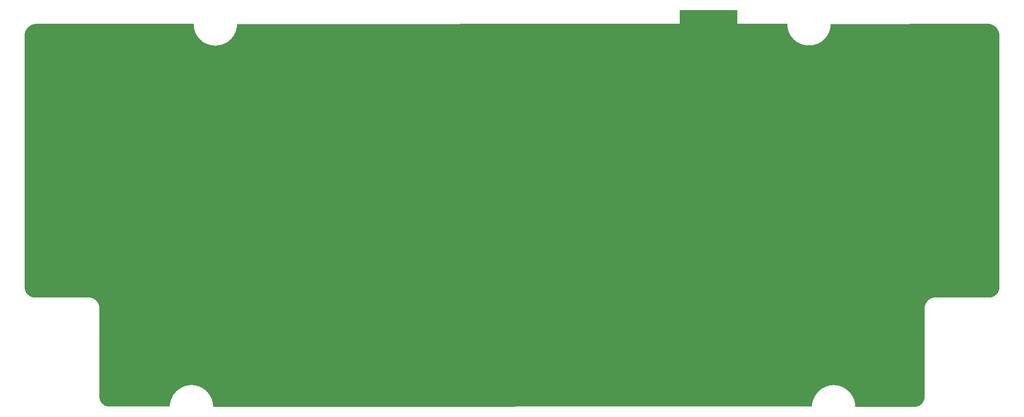
<source format=gbr>
%FSLAX46Y46*%
%MOMM*%
%ADD10C,0.050000*%
%ADD11C,0.100000*%
%ADD10C,0.100*%
D10*
G36*
X88839025Y-48170000D02*
X88840216Y-48269666D01*
X88843789Y-48369274D01*
X88849742Y-48468769D01*
X88858071Y-48568094D01*
X88868771Y-48667190D01*
X88881837Y-48766003D01*
X88897261Y-48864475D01*
X88915034Y-48962551D01*
X88935146Y-49060173D01*
X88957585Y-49157287D01*
X88982340Y-49253837D01*
X89009394Y-49349768D01*
X89038734Y-49445025D01*
X89070342Y-49539553D01*
X89104200Y-49633299D01*
X89140290Y-49726209D01*
X89178589Y-49818230D01*
X89219077Y-49909309D01*
X89261730Y-49999394D01*
X89306525Y-50088434D01*
X89353434Y-50176378D01*
X89402432Y-50263176D01*
X89453491Y-50348778D01*
X89506581Y-50433135D01*
X89561671Y-50516199D01*
X89618732Y-50597923D01*
X89677729Y-50678260D01*
X89738630Y-50757163D01*
X89801399Y-50834589D01*
X89866001Y-50910492D01*
X89932398Y-50984830D01*
X90000553Y-51057559D01*
X90070427Y-51128638D01*
X90141980Y-51198028D01*
X90215171Y-51265687D01*
X90289958Y-51331577D01*
X90366298Y-51395662D01*
X90444149Y-51457903D01*
X90523464Y-51518266D01*
X90604200Y-51576716D01*
X90686310Y-51633220D01*
X90769746Y-51687745D01*
X90854463Y-51740260D01*
X90940410Y-51790736D01*
X91027538Y-51839143D01*
X91115799Y-51885454D01*
X91205142Y-51929641D01*
X91295515Y-51971681D01*
X91386867Y-52011549D01*
X91479146Y-52049223D01*
X91572299Y-52084680D01*
X91666273Y-52117900D01*
X91761014Y-52148865D01*
X91856468Y-52177557D01*
X91952580Y-52203959D01*
X92049296Y-52228056D01*
X92146560Y-52249835D01*
X92244318Y-52269283D01*
X92342512Y-52286389D01*
X92441086Y-52301143D01*
X92539985Y-52313537D01*
X92639153Y-52323564D01*
X92738531Y-52331218D01*
X92838064Y-52336494D01*
X92937695Y-52339390D01*
X93037366Y-52339903D01*
X93137022Y-52338035D01*
X93236604Y-52333785D01*
X93336056Y-52327156D01*
X93435321Y-52318153D01*
X93534343Y-52306779D01*
X93633065Y-52293042D01*
X93731430Y-52276949D01*
X93829382Y-52258510D01*
X93926866Y-52237735D01*
X94023825Y-52214636D01*
X94120205Y-52189226D01*
X94215949Y-52161520D01*
X94311005Y-52131533D01*
X94405316Y-52099284D01*
X94498829Y-52064789D01*
X94591492Y-52028069D01*
X94683250Y-51989145D01*
X94774052Y-51948039D01*
X94863845Y-51904774D01*
X94952579Y-51859376D01*
X95040202Y-51811870D01*
X95126665Y-51762283D01*
X95211918Y-51710644D01*
X95295912Y-51656982D01*
X95378600Y-51601328D01*
X95459934Y-51543713D01*
X95539868Y-51484171D01*
X95618356Y-51422736D01*
X95695353Y-51359442D01*
X95770815Y-51294326D01*
X95844700Y-51227425D01*
X95916964Y-51158777D01*
X95987567Y-51088422D01*
X96056469Y-51016399D01*
X96123629Y-50942750D01*
X96189010Y-50867517D01*
X96252574Y-50790742D01*
X96314285Y-50712471D01*
X96374107Y-50632747D01*
X96432007Y-50551616D01*
X96487951Y-50469124D01*
X96541908Y-50385318D01*
X96593846Y-50300247D01*
X96643737Y-50213959D01*
X96691550Y-50126503D01*
X96737260Y-50037930D01*
X96780840Y-49948289D01*
X96822265Y-49857632D01*
X96861511Y-49766011D01*
X96898556Y-49673478D01*
X96933379Y-49580087D01*
X96965960Y-49485889D01*
X96996280Y-49390940D01*
X97024322Y-49295293D01*
X97050071Y-49199004D01*
X97073510Y-49102126D01*
X97094627Y-49004716D01*
X97113411Y-48906829D01*
X97129849Y-48808521D01*
X97143933Y-48709848D01*
X97155654Y-48610867D01*
X97165007Y-48511634D01*
X97171985Y-48412206D01*
X97176585Y-48312639D01*
X97178803Y-48212991D01*
X182420000Y-48160000D01*
X182420000Y-45500000D01*
X193510000Y-45500000D01*
X193510000Y-48160000D01*
X203150000Y-48140000D01*
X203151191Y-48239666D01*
X203154764Y-48339274D01*
X203160717Y-48438769D01*
X203169046Y-48538094D01*
X203179746Y-48637190D01*
X203192812Y-48736003D01*
X203208236Y-48834475D01*
X203226009Y-48932551D01*
X203246121Y-49030173D01*
X203268560Y-49127287D01*
X203293315Y-49223837D01*
X203320369Y-49319768D01*
X203349709Y-49415025D01*
X203381317Y-49509553D01*
X203415175Y-49603299D01*
X203451265Y-49696209D01*
X203489564Y-49788230D01*
X203530052Y-49879309D01*
X203572705Y-49969394D01*
X203617500Y-50058434D01*
X203664409Y-50146378D01*
X203713407Y-50233176D01*
X203764466Y-50318778D01*
X203817556Y-50403135D01*
X203872646Y-50486199D01*
X203929707Y-50567923D01*
X203988704Y-50648260D01*
X204049605Y-50727163D01*
X204112374Y-50804589D01*
X204176976Y-50880492D01*
X204243373Y-50954830D01*
X204311528Y-51027559D01*
X204381402Y-51098638D01*
X204452955Y-51168028D01*
X204526146Y-51235687D01*
X204600933Y-51301577D01*
X204677273Y-51365662D01*
X204755124Y-51427903D01*
X204834439Y-51488266D01*
X204915175Y-51546716D01*
X204997285Y-51603220D01*
X205080721Y-51657745D01*
X205165438Y-51710260D01*
X205251385Y-51760736D01*
X205338513Y-51809143D01*
X205426774Y-51855454D01*
X205516117Y-51899641D01*
X205606490Y-51941681D01*
X205697842Y-51981549D01*
X205790121Y-52019223D01*
X205883274Y-52054680D01*
X205977248Y-52087900D01*
X206071989Y-52118865D01*
X206167443Y-52147557D01*
X206263555Y-52173959D01*
X206360271Y-52198056D01*
X206457535Y-52219835D01*
X206555293Y-52239283D01*
X206653487Y-52256389D01*
X206752061Y-52271143D01*
X206850960Y-52283537D01*
X206950128Y-52293564D01*
X207049506Y-52301218D01*
X207149039Y-52306494D01*
X207248670Y-52309390D01*
X207348341Y-52309903D01*
X207447997Y-52308035D01*
X207547579Y-52303785D01*
X207647031Y-52297156D01*
X207746296Y-52288153D01*
X207845318Y-52276779D01*
X207944040Y-52263042D01*
X208042405Y-52246949D01*
X208140357Y-52228510D01*
X208237841Y-52207735D01*
X208334800Y-52184636D01*
X208431180Y-52159226D01*
X208526924Y-52131520D01*
X208621980Y-52101533D01*
X208716291Y-52069284D01*
X208809804Y-52034789D01*
X208902467Y-51998069D01*
X208994225Y-51959145D01*
X209085027Y-51918039D01*
X209174820Y-51874774D01*
X209263554Y-51829376D01*
X209351177Y-51781870D01*
X209437640Y-51732283D01*
X209522893Y-51680644D01*
X209606887Y-51626982D01*
X209689575Y-51571328D01*
X209770909Y-51513713D01*
X209850843Y-51454171D01*
X209929331Y-51392736D01*
X210006328Y-51329442D01*
X210081790Y-51264326D01*
X210155675Y-51197425D01*
X210227939Y-51128777D01*
X210298542Y-51058422D01*
X210367444Y-50986399D01*
X210434604Y-50912750D01*
X210499985Y-50837517D01*
X210563549Y-50760742D01*
X210625260Y-50682471D01*
X210685082Y-50602747D01*
X210742982Y-50521616D01*
X210798926Y-50439124D01*
X210852883Y-50355318D01*
X210904821Y-50270247D01*
X210954712Y-50183959D01*
X211002525Y-50096503D01*
X211048235Y-50007930D01*
X211091815Y-49918289D01*
X211133240Y-49827632D01*
X211172486Y-49736011D01*
X211209531Y-49643478D01*
X211244354Y-49550087D01*
X211276935Y-49455889D01*
X211307255Y-49360940D01*
X211335297Y-49265293D01*
X211361046Y-49169004D01*
X211384485Y-49072126D01*
X211405602Y-48974716D01*
X211424386Y-48876829D01*
X211440824Y-48778521D01*
X211454908Y-48679848D01*
X211466629Y-48580867D01*
X211475982Y-48481634D01*
X211482960Y-48382206D01*
X211487560Y-48282639D01*
X211489778Y-48182991D01*
X241750000Y-48140000D01*
X241850955Y-48142266D01*
X241951706Y-48149059D01*
X242052052Y-48160365D01*
X242151789Y-48176162D01*
X242250716Y-48196417D01*
X242348636Y-48221091D01*
X242445350Y-48250133D01*
X242540663Y-48283484D01*
X242634385Y-48321079D01*
X242726325Y-48362840D01*
X242816299Y-48408684D01*
X242904125Y-48458518D01*
X242989628Y-48512243D01*
X243072634Y-48569750D01*
X243152976Y-48630923D01*
X243230493Y-48695638D01*
X243305028Y-48763767D01*
X243376432Y-48835171D01*
X243444561Y-48909706D01*
X243509276Y-48987223D01*
X243570449Y-49067565D01*
X243627956Y-49150571D01*
X243681681Y-49236074D01*
X243731515Y-49323900D01*
X243777359Y-49413874D01*
X243819120Y-49505814D01*
X243856715Y-49599536D01*
X243890066Y-49694849D01*
X243919108Y-49791563D01*
X243943782Y-49889483D01*
X243964037Y-49988410D01*
X243979834Y-50088147D01*
X243991140Y-50188493D01*
X243997933Y-50289244D01*
X244000199Y-50390199D01*
X243990000Y-98880000D01*
X243987579Y-98978626D01*
X243980321Y-99077014D01*
X243968245Y-99174928D01*
X243951378Y-99272132D01*
X243929763Y-99368390D01*
X243903450Y-99463472D01*
X243872504Y-99557149D01*
X243836998Y-99649194D01*
X243797018Y-99739386D01*
X243752662Y-99827507D01*
X243704035Y-99913347D01*
X243651254Y-99996696D01*
X243594447Y-100077356D01*
X243533751Y-100155131D01*
X243469312Y-100229833D01*
X243401285Y-100301285D01*
X243329833Y-100369312D01*
X243255131Y-100433751D01*
X243177356Y-100494447D01*
X243096696Y-100551254D01*
X243013347Y-100604035D01*
X242927507Y-100652662D01*
X242839386Y-100697018D01*
X242749194Y-100736998D01*
X242657149Y-100772504D01*
X242563472Y-100803450D01*
X242468390Y-100829763D01*
X242372132Y-100851378D01*
X242274928Y-100868245D01*
X242177014Y-100880321D01*
X242078626Y-100887579D01*
X241980000Y-100890000D01*
X231620000Y-100890000D01*
X231521374Y-100892421D01*
X231422986Y-100899679D01*
X231325072Y-100911755D01*
X231227868Y-100928622D01*
X231131610Y-100950237D01*
X231036528Y-100976550D01*
X230942851Y-101007496D01*
X230850806Y-101043002D01*
X230760614Y-101082982D01*
X230672493Y-101127338D01*
X230586653Y-101175965D01*
X230503304Y-101228746D01*
X230422644Y-101285553D01*
X230344869Y-101346249D01*
X230270167Y-101410688D01*
X230198715Y-101478715D01*
X230130688Y-101550167D01*
X230066249Y-101624869D01*
X230005553Y-101702644D01*
X229948746Y-101783304D01*
X229895965Y-101866653D01*
X229847338Y-101952493D01*
X229802982Y-102040614D01*
X229763002Y-102130806D01*
X229727496Y-102222851D01*
X229696550Y-102316528D01*
X229670237Y-102411610D01*
X229648622Y-102507868D01*
X229631755Y-102605072D01*
X229619679Y-102702986D01*
X229612421Y-102801374D01*
X229610000Y-102900000D01*
X229610000Y-119940000D01*
X229607579Y-120038626D01*
X229600321Y-120137014D01*
X229588245Y-120234928D01*
X229571378Y-120332132D01*
X229549763Y-120428390D01*
X229523450Y-120523472D01*
X229492504Y-120617149D01*
X229456998Y-120709194D01*
X229417018Y-120799386D01*
X229372662Y-120887507D01*
X229324035Y-120973347D01*
X229271254Y-121056696D01*
X229214447Y-121137356D01*
X229153751Y-121215131D01*
X229089312Y-121289833D01*
X229021285Y-121361285D01*
X228949833Y-121429312D01*
X228875131Y-121493751D01*
X228797356Y-121554447D01*
X228716696Y-121611254D01*
X228633347Y-121664035D01*
X228547507Y-121712662D01*
X228459386Y-121757018D01*
X228369194Y-121796998D01*
X228277149Y-121832504D01*
X228183472Y-121863450D01*
X228088390Y-121889763D01*
X227992132Y-121911378D01*
X227894928Y-121928245D01*
X227797014Y-121940321D01*
X227698626Y-121947579D01*
X227600000Y-121950000D01*
X216250000Y-121940000D01*
X216248809Y-121840334D01*
X216245236Y-121740726D01*
X216239283Y-121641231D01*
X216230954Y-121541906D01*
X216220254Y-121442810D01*
X216207188Y-121343997D01*
X216191764Y-121245525D01*
X216173991Y-121147449D01*
X216153879Y-121049827D01*
X216131440Y-120952713D01*
X216106685Y-120856163D01*
X216079631Y-120760232D01*
X216050291Y-120664975D01*
X216018683Y-120570447D01*
X215984825Y-120476701D01*
X215948735Y-120383791D01*
X215910436Y-120291770D01*
X215869948Y-120200691D01*
X215827295Y-120110606D01*
X215782500Y-120021566D01*
X215735591Y-119933622D01*
X215686593Y-119846824D01*
X215635534Y-119761222D01*
X215582444Y-119676865D01*
X215527354Y-119593801D01*
X215470293Y-119512077D01*
X215411296Y-119431740D01*
X215350395Y-119352837D01*
X215287626Y-119275411D01*
X215223024Y-119199508D01*
X215156627Y-119125170D01*
X215088472Y-119052441D01*
X215018598Y-118981362D01*
X214947045Y-118911972D01*
X214873854Y-118844313D01*
X214799067Y-118778423D01*
X214722727Y-118714338D01*
X214644876Y-118652097D01*
X214565561Y-118591734D01*
X214484825Y-118533284D01*
X214402715Y-118476780D01*
X214319279Y-118422255D01*
X214234562Y-118369740D01*
X214148615Y-118319264D01*
X214061487Y-118270857D01*
X213973226Y-118224546D01*
X213883883Y-118180359D01*
X213793510Y-118138319D01*
X213702158Y-118098451D01*
X213609879Y-118060777D01*
X213516726Y-118025320D01*
X213422752Y-117992100D01*
X213328011Y-117961135D01*
X213232557Y-117932443D01*
X213136445Y-117906041D01*
X213039729Y-117881944D01*
X212942465Y-117860165D01*
X212844707Y-117840717D01*
X212746513Y-117823611D01*
X212647939Y-117808857D01*
X212549040Y-117796463D01*
X212449872Y-117786436D01*
X212350494Y-117778782D01*
X212250961Y-117773506D01*
X212151330Y-117770610D01*
X212051659Y-117770097D01*
X211952003Y-117771965D01*
X211852421Y-117776215D01*
X211752969Y-117782844D01*
X211653704Y-117791847D01*
X211554682Y-117803221D01*
X211455960Y-117816958D01*
X211357595Y-117833051D01*
X211259643Y-117851490D01*
X211162159Y-117872265D01*
X211065200Y-117895364D01*
X210968820Y-117920774D01*
X210873076Y-117948480D01*
X210778020Y-117978467D01*
X210683709Y-118010716D01*
X210590196Y-118045211D01*
X210497533Y-118081931D01*
X210405775Y-118120855D01*
X210314973Y-118161961D01*
X210225180Y-118205226D01*
X210136446Y-118250624D01*
X210048823Y-118298130D01*
X209962360Y-118347717D01*
X209877107Y-118399356D01*
X209793113Y-118453018D01*
X209710425Y-118508672D01*
X209629091Y-118566287D01*
X209549157Y-118625829D01*
X209470669Y-118687264D01*
X209393672Y-118750558D01*
X209318210Y-118815674D01*
X209244325Y-118882575D01*
X209172061Y-118951223D01*
X209101458Y-119021578D01*
X209032556Y-119093601D01*
X208965396Y-119167250D01*
X208900015Y-119242483D01*
X208836451Y-119319258D01*
X208774740Y-119397529D01*
X208714918Y-119477253D01*
X208657018Y-119558384D01*
X208601074Y-119640876D01*
X208547117Y-119724682D01*
X208495179Y-119809753D01*
X208445288Y-119896041D01*
X208397475Y-119983497D01*
X208351765Y-120072070D01*
X208308185Y-120161711D01*
X208266760Y-120252368D01*
X208227514Y-120343989D01*
X208190469Y-120436522D01*
X208155646Y-120529913D01*
X208123065Y-120624111D01*
X208092745Y-120719060D01*
X208064703Y-120814707D01*
X208038954Y-120910996D01*
X208015515Y-121007874D01*
X207994398Y-121105284D01*
X207975614Y-121203171D01*
X207959176Y-121301479D01*
X207945092Y-121400152D01*
X207933371Y-121499133D01*
X207924018Y-121598366D01*
X207917040Y-121697794D01*
X207912440Y-121797361D01*
X207910222Y-121897009D01*
X92589778Y-121930000D01*
X92588587Y-121830334D01*
X92585014Y-121730726D01*
X92579061Y-121631231D01*
X92570732Y-121531906D01*
X92560032Y-121432810D01*
X92546966Y-121333997D01*
X92531542Y-121235525D01*
X92513769Y-121137449D01*
X92493657Y-121039827D01*
X92471218Y-120942713D01*
X92446463Y-120846163D01*
X92419409Y-120750232D01*
X92390069Y-120654975D01*
X92358461Y-120560447D01*
X92324603Y-120466701D01*
X92288513Y-120373791D01*
X92250214Y-120281770D01*
X92209726Y-120190691D01*
X92167073Y-120100606D01*
X92122278Y-120011566D01*
X92075369Y-119923622D01*
X92026371Y-119836824D01*
X91975312Y-119751222D01*
X91922222Y-119666865D01*
X91867132Y-119583801D01*
X91810071Y-119502077D01*
X91751074Y-119421740D01*
X91690173Y-119342837D01*
X91627404Y-119265411D01*
X91562802Y-119189508D01*
X91496405Y-119115170D01*
X91428250Y-119042441D01*
X91358376Y-118971362D01*
X91286823Y-118901972D01*
X91213632Y-118834313D01*
X91138845Y-118768423D01*
X91062505Y-118704338D01*
X90984654Y-118642097D01*
X90905339Y-118581734D01*
X90824603Y-118523284D01*
X90742493Y-118466780D01*
X90659057Y-118412255D01*
X90574340Y-118359740D01*
X90488393Y-118309264D01*
X90401265Y-118260857D01*
X90313004Y-118214546D01*
X90223661Y-118170359D01*
X90133288Y-118128319D01*
X90041936Y-118088451D01*
X89949657Y-118050777D01*
X89856504Y-118015320D01*
X89762530Y-117982100D01*
X89667789Y-117951135D01*
X89572335Y-117922443D01*
X89476223Y-117896041D01*
X89379507Y-117871944D01*
X89282243Y-117850165D01*
X89184485Y-117830717D01*
X89086291Y-117813611D01*
X88987717Y-117798857D01*
X88888818Y-117786463D01*
X88789650Y-117776436D01*
X88690272Y-117768782D01*
X88590739Y-117763506D01*
X88491108Y-117760610D01*
X88391437Y-117760097D01*
X88291781Y-117761965D01*
X88192199Y-117766215D01*
X88092747Y-117772844D01*
X87993482Y-117781847D01*
X87894460Y-117793221D01*
X87795738Y-117806958D01*
X87697373Y-117823051D01*
X87599421Y-117841490D01*
X87501937Y-117862265D01*
X87404978Y-117885364D01*
X87308598Y-117910774D01*
X87212854Y-117938480D01*
X87117798Y-117968467D01*
X87023487Y-118000716D01*
X86929974Y-118035211D01*
X86837311Y-118071931D01*
X86745553Y-118110855D01*
X86654751Y-118151961D01*
X86564958Y-118195226D01*
X86476224Y-118240624D01*
X86388601Y-118288130D01*
X86302138Y-118337717D01*
X86216885Y-118389356D01*
X86132891Y-118443018D01*
X86050203Y-118498672D01*
X85968869Y-118556287D01*
X85888935Y-118615829D01*
X85810447Y-118677264D01*
X85733450Y-118740558D01*
X85657988Y-118805674D01*
X85584103Y-118872575D01*
X85511839Y-118941223D01*
X85441236Y-119011578D01*
X85372334Y-119083601D01*
X85305174Y-119157250D01*
X85239793Y-119232483D01*
X85176229Y-119309258D01*
X85114518Y-119387529D01*
X85054696Y-119467253D01*
X84996796Y-119548384D01*
X84940852Y-119630876D01*
X84886895Y-119714682D01*
X84834957Y-119799753D01*
X84785066Y-119886041D01*
X84737253Y-119973497D01*
X84691543Y-120062070D01*
X84647963Y-120151711D01*
X84606538Y-120242368D01*
X84567292Y-120333989D01*
X84530247Y-120426522D01*
X84495424Y-120519913D01*
X84462843Y-120614111D01*
X84432523Y-120709060D01*
X84404481Y-120804707D01*
X84378732Y-120900996D01*
X84355293Y-120997874D01*
X84334176Y-121095284D01*
X84315392Y-121193171D01*
X84298954Y-121291479D01*
X84284870Y-121390152D01*
X84273149Y-121489133D01*
X84263796Y-121588366D01*
X84256818Y-121687794D01*
X84252218Y-121787361D01*
X84250000Y-121887009D01*
X72680000Y-121910000D01*
X72581374Y-121907579D01*
X72482986Y-121900321D01*
X72385072Y-121888245D01*
X72287868Y-121871378D01*
X72191610Y-121849763D01*
X72096528Y-121823450D01*
X72002851Y-121792504D01*
X71910806Y-121756998D01*
X71820614Y-121717018D01*
X71732493Y-121672662D01*
X71646653Y-121624035D01*
X71563304Y-121571254D01*
X71482644Y-121514447D01*
X71404869Y-121453751D01*
X71330167Y-121389312D01*
X71258715Y-121321285D01*
X71190688Y-121249833D01*
X71126249Y-121175131D01*
X71065553Y-121097356D01*
X71008746Y-121016696D01*
X70955965Y-120933347D01*
X70907338Y-120847507D01*
X70862982Y-120759386D01*
X70823002Y-120669194D01*
X70787496Y-120577149D01*
X70756550Y-120483472D01*
X70730237Y-120388390D01*
X70708622Y-120292132D01*
X70691755Y-120194928D01*
X70679679Y-120097014D01*
X70672421Y-119998626D01*
X70670000Y-119900000D01*
X70670000Y-102900000D01*
X70667579Y-102801374D01*
X70660321Y-102702986D01*
X70648245Y-102605072D01*
X70631378Y-102507868D01*
X70609763Y-102411610D01*
X70583450Y-102316528D01*
X70552504Y-102222851D01*
X70516998Y-102130806D01*
X70477018Y-102040614D01*
X70432662Y-101952493D01*
X70384035Y-101866653D01*
X70331254Y-101783304D01*
X70274447Y-101702644D01*
X70213751Y-101624869D01*
X70149312Y-101550167D01*
X70081285Y-101478715D01*
X70009833Y-101410688D01*
X69935131Y-101346249D01*
X69857356Y-101285553D01*
X69776696Y-101228746D01*
X69693347Y-101175965D01*
X69607507Y-101127338D01*
X69519386Y-101082982D01*
X69429194Y-101043002D01*
X69337149Y-101007496D01*
X69243472Y-100976550D01*
X69148390Y-100950237D01*
X69052132Y-100928622D01*
X68954928Y-100911755D01*
X68857014Y-100899679D01*
X68758626Y-100892421D01*
X68660000Y-100890000D01*
X58300000Y-100890000D01*
X58201374Y-100887579D01*
X58102986Y-100880321D01*
X58005072Y-100868245D01*
X57907868Y-100851378D01*
X57811610Y-100829763D01*
X57716528Y-100803450D01*
X57622851Y-100772504D01*
X57530806Y-100736998D01*
X57440614Y-100697018D01*
X57352493Y-100652662D01*
X57266653Y-100604035D01*
X57183304Y-100551254D01*
X57102644Y-100494447D01*
X57024869Y-100433751D01*
X56950167Y-100369312D01*
X56878715Y-100301285D01*
X56810688Y-100229833D01*
X56746249Y-100155131D01*
X56685553Y-100077356D01*
X56628746Y-99996696D01*
X56575965Y-99913347D01*
X56527338Y-99827507D01*
X56482982Y-99739386D01*
X56443002Y-99649194D01*
X56407496Y-99557149D01*
X56376550Y-99463472D01*
X56350237Y-99368390D01*
X56328622Y-99272132D01*
X56311755Y-99174928D01*
X56299679Y-99077014D01*
X56292421Y-98978626D01*
X56290000Y-98880000D01*
X56289801Y-50410000D01*
X56292067Y-50309045D01*
X56298860Y-50208294D01*
X56310166Y-50107948D01*
X56325963Y-50008211D01*
X56346218Y-49909284D01*
X56370892Y-49811364D01*
X56399934Y-49714650D01*
X56433285Y-49619337D01*
X56470880Y-49525615D01*
X56512641Y-49433675D01*
X56558485Y-49343701D01*
X56608319Y-49255875D01*
X56662044Y-49170372D01*
X56719551Y-49087366D01*
X56780724Y-49007024D01*
X56845439Y-48929507D01*
X56913568Y-48854972D01*
X56984972Y-48783568D01*
X57059507Y-48715439D01*
X57137024Y-48650724D01*
X57217366Y-48589551D01*
X57300372Y-48532044D01*
X57385875Y-48478319D01*
X57473701Y-48428485D01*
X57563675Y-48382641D01*
X57655615Y-48340880D01*
X57749337Y-48303285D01*
X57844650Y-48269934D01*
X57941364Y-48240892D01*
X58039284Y-48216218D01*
X58138211Y-48195963D01*
X58237948Y-48180166D01*
X58338294Y-48168860D01*
X58439045Y-48162067D01*
X58540000Y-48159801D01*
X88839025Y-48170000D01*
G37*
M02*
</source>
